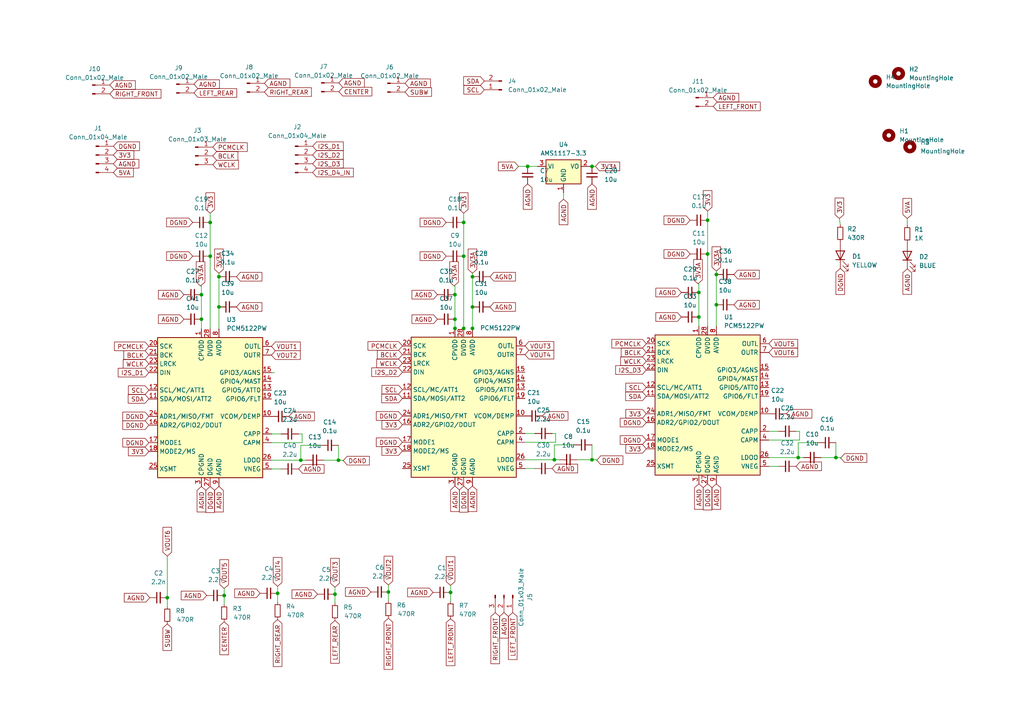
<source format=kicad_sch>
(kicad_sch (version 20230121) (generator eeschema)
  (paper "A4")
  (lib_symbols
    (symbol "Audio:PCM5122PW"
      (property "Reference" "U" (at -13.97 21.59 0))
      (property "Value" "PCM5122PW" (at 10.16 21.59 0))
      (symbol "PCM5122PW_0_1"
        (rectangle (start -15.24 20.32) (end 15.24 -20.32) (stroke (width 0.254)) (fill (type background)))
      )
      (symbol "PCM5122PW_1_1"
        (pin power_in line (at -2.54 22.86 270) (length 2.54) (name "CPVDD") (number "1"))
        (pin bidirectional line (at 17.78 -2.54 180) (length 2.54) (name "VCOM/DEMP") (number "10"))
        (pin bidirectional line (at -17.78 2.54 0) (length 2.54) (name "SDA/MOSI/ATT2") (number "11"))
        (pin input line (at -17.78 5.08 0) (length 2.54) (name "SCL/MC/ATT1") (number "12"))
        (pin bidirectional line (at 17.78 5.08 180) (length 2.54) (name "GPIO5/ATT0") (number "13"))
        (pin bidirectional line (at 17.78 7.62 180) (length 2.54) (name "GPIO4/MAST") (number "14"))
        (pin bidirectional line (at 17.78 10.16 180) (length 2.54) (name "GPIO3/AGNS") (number "15"))
        (pin bidirectional line (at -17.78 -5.08 0) (length 2.54) (name "ADR2/GPIO2/DOUT") (number "16"))
        (pin input line (at -17.78 -10.16 0) (length 2.54) (name "MODE1") (number "17"))
        (pin input line (at -17.78 -12.7 0) (length 2.54) (name "MODE2/MS") (number "18"))
        (pin bidirectional line (at 17.78 2.54 180) (length 2.54) (name "GPIO6/FLT") (number "19"))
        (pin passive line (at 17.78 -7.62 180) (length 2.54) (name "CAPP") (number "2"))
        (pin input line (at -17.78 17.78 0) (length 2.54) (name "SCK") (number "20"))
        (pin bidirectional line (at -17.78 15.24 0) (length 2.54) (name "BCK") (number "21"))
        (pin input line (at -17.78 10.16 0) (length 2.54) (name "DIN") (number "22"))
        (pin bidirectional line (at -17.78 12.7 0) (length 2.54) (name "LRCK") (number "23"))
        (pin bidirectional line (at -17.78 -2.54 0) (length 2.54) (name "ADR1/MISO/FMT") (number "24"))
        (pin input line (at -17.78 -17.78 0) (length 2.54) (name "XSMT") (number "25"))
        (pin passive line (at 17.78 -15.24 180) (length 2.54) (name "LDOO") (number "26"))
        (pin power_in line (at 0 -22.86 90) (length 2.54) (name "DGND") (number "27"))
        (pin power_in line (at 0 22.86 270) (length 2.54) (name "DVDD") (number "28"))
        (pin power_in line (at -2.54 -22.86 90) (length 2.54) (name "CPGND") (number "3"))
        (pin passive line (at 17.78 -10.16 180) (length 2.54) (name "CAPM") (number "4"))
        (pin passive line (at 17.78 -17.78 180) (length 2.54) (name "VNEG") (number "5"))
        (pin output line (at 17.78 17.78 180) (length 2.54) (name "OUTL") (number "6"))
        (pin output line (at 17.78 15.24 180) (length 2.54) (name "OUTR") (number "7"))
        (pin power_in line (at 2.54 22.86 270) (length 2.54) (name "AVDD") (number "8"))
        (pin power_in line (at 2.54 -22.86 90) (length 2.54) (name "AGND") (number "9"))
      )
    )
    (symbol "Connector:Conn_01x02_Male" (pin_names (offset 1.016) hide)
      (property "Reference" "J" (at 0 2.54 0))
      (property "Value" "Conn_01x02_Male" (at 0 -5.08 0))
      (symbol "Conn_01x02_Male_1_1"
        (polyline (pts (xy 1.27 -2.54) (xy 0.8636 -2.54)) (stroke (width 0.1524)))
        (polyline (pts (xy 1.27 0) (xy 0.8636 0)) (stroke (width 0.1524)))
        (rectangle (start 0.8636 -2.413) (end 0 -2.667) (stroke (width 0.1524)) (fill (type outline)))
        (rectangle (start 0.8636 0.127) (end 0 -0.127) (stroke (width 0.1524)) (fill (type outline)))
        (pin passive line (at 5.08 0 180) (length 3.81) (name "Pin_1") (number "1"))
        (pin passive line (at 5.08 -2.54 180) (length 3.81) (name "Pin_2") (number "2"))
      )
    )
    (symbol "Connector:Conn_01x03_Male" (pin_names (offset 1.016) hide)
      (property "Reference" "J" (at 0 5.08 0))
      (property "Value" "Conn_01x03_Male" (at 0 -5.08 0))
      (symbol "Conn_01x03_Male_1_1"
        (polyline (pts (xy 1.27 -2.54) (xy 0.8636 -2.54)) (stroke (width 0.1524)))
        (polyline (pts (xy 1.27 0) (xy 0.8636 0)) (stroke (width 0.1524)))
        (polyline (pts (xy 1.27 2.54) (xy 0.8636 2.54)) (stroke (width 0.1524)))
        (rectangle (start 0.8636 -2.413) (end 0 -2.667) (stroke (width 0.1524)) (fill (type outline)))
        (rectangle (start 0.8636 0.127) (end 0 -0.127) (stroke (width 0.1524)) (fill (type outline)))
        (rectangle (start 0.8636 2.667) (end 0 2.413) (stroke (width 0.1524)) (fill (type outline)))
        (pin passive line (at 5.08 2.54 180) (length 3.81) (name "Pin_1") (number "1"))
        (pin passive line (at 5.08 0 180) (length 3.81) (name "Pin_2") (number "2"))
        (pin passive line (at 5.08 -2.54 180) (length 3.81) (name "Pin_3") (number "3"))
      )
    )
    (symbol "Connector:Conn_01x04_Male" (pin_names (offset 1.016) hide)
      (property "Reference" "J" (at 0 5.08 0))
      (property "Value" "Conn_01x04_Male" (at 0 -7.62 0))
      (symbol "Conn_01x04_Male_1_1"
        (polyline (pts (xy 1.27 -5.08) (xy 0.8636 -5.08)) (stroke (width 0.1524)))
        (polyline (pts (xy 1.27 -2.54) (xy 0.8636 -2.54)) (stroke (width 0.1524)))
        (polyline (pts (xy 1.27 0) (xy 0.8636 0)) (stroke (width 0.1524)))
        (polyline (pts (xy 1.27 2.54) (xy 0.8636 2.54)) (stroke (width 0.1524)))
        (rectangle (start 0.8636 -4.953) (end 0 -5.207) (stroke (width 0.1524)) (fill (type outline)))
        (rectangle (start 0.8636 -2.413) (end 0 -2.667) (stroke (width 0.1524)) (fill (type outline)))
        (rectangle (start 0.8636 0.127) (end 0 -0.127) (stroke (width 0.1524)) (fill (type outline)))
        (rectangle (start 0.8636 2.667) (end 0 2.413) (stroke (width 0.1524)) (fill (type outline)))
        (pin passive line (at 5.08 2.54 180) (length 3.81) (name "Pin_1") (number "1"))
        (pin passive line (at 5.08 0 180) (length 3.81) (name "Pin_2") (number "2"))
        (pin passive line (at 5.08 -2.54 180) (length 3.81) (name "Pin_3") (number "3"))
        (pin passive line (at 5.08 -5.08 180) (length 3.81) (name "Pin_4") (number "4"))
      )
    )
    (symbol "Device:C_Small" (pin_numbers hide) (pin_names (offset 0.254) hide)
      (property "Reference" "C" (at 0.254 1.778 0))
      (property "Value" "C_Small" (at 0.254 -2.032 0))
      (symbol "C_Small_0_1"
        (polyline (pts (xy -1.524 -0.508) (xy 1.524 -0.508)) (stroke (width 0.3302)))
        (polyline (pts (xy -1.524 0.508) (xy 1.524 0.508)) (stroke (width 0.3048)))
      )
      (symbol "C_Small_1_1"
        (pin passive line (at 0 2.54 270) (length 2.032) (name "~") (number "1"))
        (pin passive line (at 0 -2.54 90) (length 2.032) (name "~") (number "2"))
      )
    )
    (symbol "Device:LED" (pin_numbers hide) (pin_names (offset 1.016) hide)
      (property "Reference" "D" (at 0 2.54 0))
      (property "Value" "LED" (at 0 -2.54 0))
      (symbol "LED_0_1"
        (polyline (pts (xy -1.27 -1.27) (xy -1.27 1.27)) (stroke (width 0.254)))
        (polyline (pts (xy -1.27 0) (xy 1.27 0)))
        (polyline (pts (xy 1.27 -1.27) (xy 1.27 1.27) (xy -1.27 0) (xy 1.27 -1.27)) (stroke (width 0.254)))
        (polyline (pts (xy -3.048 -0.762) (xy -4.572 -2.286) (xy -3.81 -2.286) (xy -4.572 -2.286) (xy -4.572 -1.524)))
        (polyline (pts (xy -1.778 -0.762) (xy -3.302 -2.286) (xy -2.54 -2.286) (xy -3.302 -2.286) (xy -3.302 -1.524)))
      )
      (symbol "LED_1_1"
        (pin passive line (at -3.81 0 0) (length 2.54) (name "K") (number "1"))
        (pin passive line (at 3.81 0 180) (length 2.54) (name "A") (number "2"))
      )
    )
    (symbol "Device:R_Small" (pin_numbers hide) (pin_names (offset 0.254) hide)
      (property "Reference" "R" (at 0.762 0.508 0))
      (property "Value" "R_Small" (at 0.762 -1.016 0))
      (symbol "R_Small_0_1"
        (rectangle (start -0.762 1.778) (end 0.762 -1.778) (stroke (width 0.2032)))
      )
      (symbol "R_Small_1_1"
        (pin passive line (at 0 2.54 270) (length 0.762) (name "~") (number "1"))
        (pin passive line (at 0 -2.54 90) (length 0.762) (name "~") (number "2"))
      )
    )
    (symbol "Mechanical:MountingHole" (pin_names (offset 1.016))
      (property "Reference" "H" (at 0 5.08 0))
      (property "Value" "MountingHole" (at 0 3.175 0))
      (symbol "MountingHole_0_1"
        (circle (center 0 0) (radius 1.27) (stroke (width 1.27)))
      )
    )
    (symbol "Regulator_Linear:AMS1117-3.3"
      (property "Reference" "U" (at -3.81 3.175 0))
      (property "Value" "AMS1117-3.3" (at 0 3.175 0))
      (symbol "AMS1117-3.3_0_1"
        (rectangle (start -5.08 -5.08) (end 5.08 1.905) (stroke (width 0.254)) (fill (type background)))
      )
      (symbol "AMS1117-3.3_1_1"
        (pin power_in line (at 0 -7.62 90) (length 2.54) (name "GND") (number "1"))
        (pin power_out line (at 7.62 0 180) (length 2.54) (name "VO") (number "2"))
        (pin power_in line (at -7.62 0 0) (length 2.54) (name "VI") (number "3"))
      )
    )
  )
  (junction (at 137.033 80.264))
  (junction (at 137.033 89.027))
  (junction (at 137.033 95.25))
  (junction (at 131.953 92.583))
  (junction (at 171.704 133.35))
  (junction (at 134.493 95.25))
  (junction (at 131.953 85.471))
  (junction (at 63.5 80.264))
  (junction (at 207.772 88.392))
  (junction (at 58.42 92.583))
  (junction (at 207.772 79.629))
  (junction (at 205.232 63.881))
  (junction (at 112.649 171.704))
  (junction (at 171.704 48.26))
  (junction (at 134.493 64.516))
  (junction (at 65.024 172.72))
  (junction (at 87.249 133.477))
  (junction (at 98.171 133.477))
  (junction (at 80.518 172.085))
  (junction (at 131.953 95.25))
  (junction (at 63.5 89.027))
  (junction (at 60.96 64.516))
  (junction (at 160.782 133.35))
  (junction (at 97.155 172.339))
  (junction (at 153.035 48.26))
  (junction (at 205.232 73.66))
  (junction (at 231.521 132.715))
  (junction (at 58.42 85.471))
  (junction (at 48.514 173.355))
  (junction (at 242.443 132.715))
  (junction (at 202.692 91.948))
  (junction (at 202.692 84.836))
  (junction (at 60.96 74.295))
  (junction (at 134.493 74.295))
  (junction (at 130.683 171.831))
  (wire (pts (xy 80.518 170.053) (xy 80.518 172.085)))
  (wire (pts (xy 130.683 171.831) (xy 130.683 174.371)))
  (wire (pts (xy 60.96 64.516) (xy 60.96 74.295)))
  (wire (pts (xy 81.534 136.017) (xy 78.74 136.017)))
  (wire (pts (xy 231.902 127.635) (xy 223.012 127.635)))
  (wire (pts (xy 172.974 133.477) (xy 172.974 133.35)))
  (wire (pts (xy 97.155 172.339) (xy 97.155 174.879)))
  (wire (pts (xy 131.953 92.583) (xy 131.953 95.25)))
  (wire (pts (xy 231.521 128.397) (xy 231.521 132.715)))
  (wire (pts (xy 58.42 82.931) (xy 58.42 85.471)))
  (wire (pts (xy 58.42 85.471) (xy 58.42 92.583)))
  (wire (pts (xy 87.249 129.159) (xy 87.249 133.477)))
  (wire (pts (xy 171.704 133.35) (xy 167.386 133.35)))
  (wire (pts (xy 225.806 125.095) (xy 223.012 125.095)))
  (wire (pts (xy 243.713 132.842) (xy 243.713 132.715)))
  (wire (pts (xy 48.514 161.29) (xy 48.514 173.355)))
  (wire (pts (xy 48.514 173.355) (xy 48.514 175.895)))
  (wire (pts (xy 112.649 169.672) (xy 112.649 171.704)))
  (wire (pts (xy 137.033 89.027) (xy 137.033 95.25)))
  (wire (pts (xy 81.534 125.857) (xy 78.74 125.857)))
  (wire (pts (xy 65.024 172.72) (xy 65.024 175.26)))
  (wire (pts (xy 171.704 48.26) (xy 171.069 48.26)))
  (wire (pts (xy 58.42 92.583) (xy 58.42 95.377)))
  (wire (pts (xy 231.521 128.397) (xy 237.363 128.397)))
  (wire (pts (xy 153.035 48.26) (xy 155.829 48.26)))
  (wire (pts (xy 172.974 133.35) (xy 171.704 133.35)))
  (wire (pts (xy 155.067 135.89) (xy 152.273 135.89)))
  (wire (pts (xy 131.953 85.471) (xy 131.953 92.583)))
  (wire (pts (xy 160.782 129.032) (xy 160.782 133.35)))
  (wire (pts (xy 225.806 135.255) (xy 223.012 135.255)))
  (wire (pts (xy 99.568 133.604) (xy 99.441 133.604)))
  (wire (pts (xy 173.101 133.477) (xy 172.974 133.477)))
  (wire (pts (xy 233.045 132.715) (xy 231.521 132.715)))
  (wire (pts (xy 137.033 95.25) (xy 137.033 95.377)))
  (wire (pts (xy 86.614 125.857) (xy 87.63 125.857)))
  (wire (pts (xy 205.232 61.214) (xy 205.232 63.881)))
  (wire (pts (xy 243.84 132.842) (xy 243.713 132.842)))
  (wire (pts (xy 160.782 133.35) (xy 152.273 133.35)))
  (wire (pts (xy 202.692 82.296) (xy 202.692 84.836)))
  (wire (pts (xy 131.699 82.931) (xy 131.953 82.931)))
  (wire (pts (xy 98.171 129.159) (xy 98.171 133.477)))
  (wire (pts (xy 131.953 82.931) (xy 131.953 85.471)))
  (wire (pts (xy 134.493 61.849) (xy 134.493 64.516)))
  (wire (pts (xy 60.96 61.849) (xy 60.96 64.516)))
  (wire (pts (xy 134.493 74.295) (xy 134.493 95.25)))
  (wire (pts (xy 161.163 128.27) (xy 152.273 128.27)))
  (wire (pts (xy 231.521 132.715) (xy 223.012 132.715)))
  (wire (pts (xy 160.147 125.73) (xy 161.163 125.73)))
  (wire (pts (xy 137.033 80.264) (xy 137.033 89.027)))
  (wire (pts (xy 163.449 57.785) (xy 163.449 55.88)))
  (wire (pts (xy 63.5 79.248) (xy 63.5 80.264)))
  (wire (pts (xy 243.459 63.373) (xy 243.713 65.151)))
  (wire (pts (xy 202.438 82.296) (xy 202.692 82.296)))
  (wire (pts (xy 150.368 48.26) (xy 153.035 48.26)))
  (wire (pts (xy 87.249 133.477) (xy 78.74 133.477)))
  (wire (pts (xy 97.155 170.307) (xy 97.155 172.339)))
  (wire (pts (xy 207.772 78.613) (xy 207.772 79.629)))
  (wire (pts (xy 207.772 88.392) (xy 207.772 94.615)))
  (wire (pts (xy 87.63 128.397) (xy 78.74 128.397)))
  (wire (pts (xy 162.306 133.35) (xy 160.782 133.35)))
  (wire (pts (xy 112.649 171.704) (xy 112.649 174.244)))
  (wire (pts (xy 58.166 82.931) (xy 58.42 82.931)))
  (wire (pts (xy 171.704 129.032) (xy 171.704 133.35)))
  (wire (pts (xy 131.953 95.25) (xy 131.953 95.377)))
  (wire (pts (xy 207.772 79.629) (xy 207.772 88.392)))
  (wire (pts (xy 87.63 125.857) (xy 87.63 128.397)))
  (wire (pts (xy 134.493 95.25) (xy 134.493 95.377)))
  (wire (pts (xy 202.692 84.836) (xy 202.692 91.948)))
  (wire (pts (xy 231.902 125.095) (xy 231.902 127.635)))
  (wire (pts (xy 63.5 80.264) (xy 63.5 89.027)))
  (wire (pts (xy 155.067 125.73) (xy 152.273 125.73)))
  (wire (pts (xy 65.024 170.688) (xy 65.024 172.72)))
  (wire (pts (xy 99.441 133.477) (xy 98.171 133.477)))
  (wire (pts (xy 88.773 133.477) (xy 87.249 133.477)))
  (wire (pts (xy 242.443 128.397) (xy 242.443 132.715)))
  (wire (pts (xy 172.72 48.26) (xy 171.704 48.26)))
  (wire (pts (xy 161.163 125.73) (xy 161.163 128.27)))
  (wire (pts (xy 205.232 63.881) (xy 205.232 73.66)))
  (wire (pts (xy 160.782 129.032) (xy 166.624 129.032)))
  (wire (pts (xy 63.5 89.027) (xy 63.5 95.377)))
  (wire (pts (xy 134.493 64.516) (xy 134.493 74.295)))
  (wire (pts (xy 98.171 133.477) (xy 93.853 133.477)))
  (wire (pts (xy 99.441 133.604) (xy 99.441 133.477)))
  (wire (pts (xy 202.692 91.948) (xy 202.692 94.615)))
  (wire (pts (xy 137.033 79.248) (xy 137.033 80.264)))
  (wire (pts (xy 242.443 132.715) (xy 238.125 132.715)))
  (wire (pts (xy 79.629 108.077) (xy 78.74 108.077)))
  (wire (pts (xy 263.144 63.373) (xy 263.144 65.278)))
  (wire (pts (xy 80.518 172.085) (xy 80.518 174.625)))
  (wire (pts (xy 230.886 125.095) (xy 231.902 125.095)))
  (wire (pts (xy 60.96 74.295) (xy 60.96 95.377)))
  (wire (pts (xy 205.232 73.66) (xy 205.232 94.615)))
  (wire (pts (xy 243.713 132.715) (xy 242.443 132.715)))
  (wire (pts (xy 130.683 169.799) (xy 130.683 171.831)))
  (wire (pts (xy 87.249 129.159) (xy 93.091 129.159)))
  (global_label "AGND" (shape input) (at 230.886 135.255 0) (property "Intersheetrefs" "${INTERSHEET_REFS}" (effects hide)))
  (global_label "3V3" (shape input) (at 60.96 61.849 90) (property "Intersheetrefs" "${INTERSHEET_REFS}" (effects hide)))
  (global_label "I2S_D2" (shape input) (at 90.678 44.958 0) (property "Intersheetrefs" "${INTERSHEET_REFS}" (effects hide)))
  (global_label "AGND" (shape input) (at 125.603 171.831 180) (property "Intersheetrefs" "${INTERSHEET_REFS}" (effects hide)))
  (global_label "DGND" (shape input) (at 116.713 120.65 180) (property "Intersheetrefs" "${INTERSHEET_REFS}" (effects hide)))
  (global_label "3V3" (shape input) (at 43.18 130.937 180) (property "Intersheetrefs" "${INTERSHEET_REFS}" (effects hide)))
  (global_label "AGND" (shape input) (at 68.58 89.027 0) (property "Intersheetrefs" "${INTERSHEET_REFS}" (effects hide)))
  (global_label "LEFT_REAR" (shape input) (at 56.2528 26.958 0) (property "Intersheetrefs" "${INTERSHEET_REFS}" (effects hide)))
  (global_label "AGND" (shape input) (at 157.353 120.65 0) (property "Intersheetrefs" "${INTERSHEET_REFS}" (effects hide)))
  (global_label "RIGHT_REAR" (shape input) (at 80.518 179.705 270) (property "Intersheetrefs" "${INTERSHEET_REFS}" (effects hide)))
  (global_label "AGND" (shape input) (at 117.4668 24.164 0) (property "Intersheetrefs" "${INTERSHEET_REFS}" (effects hide)))
  (global_label "3V3A" (shape input) (at 202.438 82.296 90) (property "Intersheetrefs" "${INTERSHEET_REFS}" (effects hide)))
  (global_label "3V3" (shape input) (at 116.713 123.19 180) (property "Intersheetrefs" "${INTERSHEET_REFS}" (effects hide)))
  (global_label "3V3" (shape input) (at 116.713 130.81 180) (property "Intersheetrefs" "${INTERSHEET_REFS}" (effects hide)))
  (global_label "LEFT_FRONT" (shape input) (at 148.717 177.673 270) (property "Intersheetrefs" "${INTERSHEET_REFS}" (effects hide)))
  (global_label "SCL" (shape input) (at 116.713 113.03 180) (property "Intersheetrefs" "${INTERSHEET_REFS}" (effects hide)))
  (global_label "RIGHT_FRONT" (shape input) (at 143.637 177.673 270) (property "Intersheetrefs" "${INTERSHEET_REFS}" (effects hide)))
  (global_label "BCLK" (shape input) (at 61.722 45.212 0) (property "Intersheetrefs" "${INTERSHEET_REFS}" (effects hide)))
  (global_label "DGND" (shape input) (at 43.18 128.397 180) (property "Intersheetrefs" "${INTERSHEET_REFS}" (effects hide)))
  (global_label "3V3" (shape input) (at 187.452 130.175 180) (property "Intersheetrefs" "${INTERSHEET_REFS}" (effects hide)))
  (global_label "VOUT1" (shape input) (at 130.683 169.799 90) (property "Intersheetrefs" "${INTERSHEET_REFS}" (effects hide)))
  (global_label "LEFT_REAR" (shape input) (at 97.155 179.959 270) (property "Intersheetrefs" "${INTERSHEET_REFS}" (effects hide)))
  (global_label "AGND" (shape input) (at 137.033 140.97 270) (property "Intersheetrefs" "${INTERSHEET_REFS}" (effects hide)))
  (global_label "CENTER" (shape input) (at 98.2898 26.577 0) (property "Intersheetrefs" "${INTERSHEET_REFS}" (effects hide)))
  (global_label "3V3A" (shape input) (at 172.72 48.26 0) (property "Intersheetrefs" "${INTERSHEET_REFS}" (effects hide)))
  (global_label "DGND" (shape input) (at 55.88 64.516 180) (property "Intersheetrefs" "${INTERSHEET_REFS}" (effects hide)))
  (global_label "VOUT2" (shape input) (at 78.74 102.997 0) (property "Intersheetrefs" "${INTERSHEET_REFS}" (effects hide)))
  (global_label "VOUT2" (shape input) (at 112.649 169.672 90) (property "Intersheetrefs" "${INTERSHEET_REFS}" (effects hide)))
  (global_label "SDA" (shape input) (at 140.462 23.495 180) (property "Intersheetrefs" "${INTERSHEET_REFS}" (effects hide)))
  (global_label "5VA" (shape input) (at 150.368 48.26 180) (property "Intersheetrefs" "${INTERSHEET_REFS}" (effects hide)))
  (global_label "DGND" (shape input) (at 60.96 141.097 270) (property "Intersheetrefs" "${INTERSHEET_REFS}" (effects hide)))
  (global_label "AGND" (shape input) (at 98.2898 24.037 0) (property "Intersheetrefs" "${INTERSHEET_REFS}" (effects hide)))
  (global_label "WCLK" (shape input) (at 61.722 47.752 0) (property "Intersheetrefs" "${INTERSHEET_REFS}" (effects hide)))
  (global_label "PCMCLK" (shape input) (at 61.722 42.672 0) (property "Intersheetrefs" "${INTERSHEET_REFS}" (effects hide)))
  (global_label "I2S_D3" (shape input) (at 187.452 107.315 180) (property "Intersheetrefs" "${INTERSHEET_REFS}" (effects hide)))
  (global_label "3V3" (shape input) (at 187.452 120.015 180) (property "Intersheetrefs" "${INTERSHEET_REFS}" (effects hide)))
  (global_label "AGND" (shape input) (at 43.434 173.355 180) (property "Intersheetrefs" "${INTERSHEET_REFS}" (effects hide)))
  (global_label "DGND" (shape input) (at 173.101 133.477 0) (property "Intersheetrefs" "${INTERSHEET_REFS}" (effects hide)))
  (global_label "AGND" (shape input) (at 53.34 92.583 180) (property "Intersheetrefs" "${INTERSHEET_REFS}" (effects hide)))
  (global_label "AGND" (shape input) (at 171.704 53.34 270) (property "Intersheetrefs" "${INTERSHEET_REFS}" (effects hide)))
  (global_label "AGND" (shape input) (at 197.612 84.836 180) (property "Intersheetrefs" "${INTERSHEET_REFS}" (effects hide)))
  (global_label "VOUT4" (shape input) (at 80.518 170.053 90) (property "Intersheetrefs" "${INTERSHEET_REFS}" (effects hide)))
  (global_label "AGND" (shape input) (at 202.692 140.335 270) (property "Intersheetrefs" "${INTERSHEET_REFS}" (effects hide)))
  (global_label "DGND" (shape input) (at 243.84 132.842 0) (property "Intersheetrefs" "${INTERSHEET_REFS}" (effects hide)))
  (global_label "AGND" (shape input) (at 163.449 57.785 270) (property "Intersheetrefs" "${INTERSHEET_REFS}" (effects hide)))
  (global_label "DGND" (shape input) (at 129.413 64.516 180) (property "Intersheetrefs" "${INTERSHEET_REFS}" (effects hide)))
  (global_label "AGND" (shape input) (at 207.772 140.335 270) (property "Intersheetrefs" "${INTERSHEET_REFS}" (effects hide)))
  (global_label "3V3A" (shape input) (at 58.166 82.931 90) (property "Intersheetrefs" "${INTERSHEET_REFS}" (effects hide)))
  (global_label "5VA" (shape input) (at 32.893 50.038 0) (property "Intersheetrefs" "${INTERSHEET_REFS}" (effects hide)))
  (global_label "AGND" (shape input) (at 131.953 140.97 270) (property "Intersheetrefs" "${INTERSHEET_REFS}" (effects hide)))
  (global_label "AGND" (shape input) (at 31.8688 24.672 0) (property "Intersheetrefs" "${INTERSHEET_REFS}" (effects hide)))
  (global_label "VOUT5" (shape input) (at 223.012 99.695 0) (property "Intersheetrefs" "${INTERSHEET_REFS}" (effects hide)))
  (global_label "3V3A" (shape input) (at 207.772 78.613 90) (property "Intersheetrefs" "${INTERSHEET_REFS}" (effects hide)))
  (global_label "BCLK" (shape input) (at 187.452 102.235 180) (property "Intersheetrefs" "${INTERSHEET_REFS}" (effects hide)))
  (global_label "3V3A" (shape input) (at 137.033 79.248 90) (property "Intersheetrefs" "${INTERSHEET_REFS}" (effects hide)))
  (global_label "LEFT_FRONT" (shape input) (at 206.883 30.861 0) (property "Intersheetrefs" "${INTERSHEET_REFS}" (effects hide)))
  (global_label "SUBW" (shape input) (at 117.4668 26.704 0) (property "Intersheetrefs" "${INTERSHEET_REFS}" (effects hide)))
  (global_label "AGND" (shape input) (at 206.883 28.321 0) (property "Intersheetrefs" "${INTERSHEET_REFS}" (effects hide)))
  (global_label "AGND" (shape input) (at 56.2528 24.418 0) (property "Intersheetrefs" "${INTERSHEET_REFS}" (effects hide)))
  (global_label "LEFT_FRONT" (shape input) (at 130.683 179.451 270) (property "Intersheetrefs" "${INTERSHEET_REFS}" (effects hide)))
  (global_label "WCLK" (shape input) (at 187.452 104.775 180) (property "Intersheetrefs" "${INTERSHEET_REFS}" (effects hide)))
  (global_label "AGND" (shape input) (at 68.58 80.264 0) (property "Intersheetrefs" "${INTERSHEET_REFS}" (effects hide)))
  (global_label "3V3" (shape input) (at 32.893 44.958 0) (property "Intersheetrefs" "${INTERSHEET_REFS}" (effects hide)))
  (global_label "AGND" (shape input) (at 228.092 120.015 0) (property "Intersheetrefs" "${INTERSHEET_REFS}" (effects hide)))
  (global_label "AGND" (shape input) (at 76.6998 24.164 0) (property "Intersheetrefs" "${INTERSHEET_REFS}" (effects hide)))
  (global_label "VOUT3" (shape input) (at 97.155 170.307 90) (property "Intersheetrefs" "${INTERSHEET_REFS}" (effects hide)))
  (global_label "DGND" (shape input) (at 55.88 74.295 180) (property "Intersheetrefs" "${INTERSHEET_REFS}" (effects hide)))
  (global_label "3V3A" (shape input) (at 63.5 79.248 90) (property "Intersheetrefs" "${INTERSHEET_REFS}" (effects hide)))
  (global_label "DGND" (shape input) (at 200.152 73.66 180) (property "Intersheetrefs" "${INTERSHEET_REFS}" (effects hide)))
  (global_label "3V3" (shape input) (at 205.232 61.214 90) (property "Intersheetrefs" "${INTERSHEET_REFS}" (effects hide)))
  (global_label "RIGHT_FRONT" (shape input) (at 112.649 179.324 270) (property "Intersheetrefs" "${INTERSHEET_REFS}" (effects hide)))
  (global_label "DGND" (shape input) (at 129.413 74.295 180) (property "Intersheetrefs" "${INTERSHEET_REFS}" (effects hide)))
  (global_label "DGND" (shape input) (at 134.493 140.97 270) (property "Intersheetrefs" "${INTERSHEET_REFS}" (effects hide)))
  (global_label "I2S_D1" (shape input) (at 43.18 108.077 180) (property "Intersheetrefs" "${INTERSHEET_REFS}" (effects hide)))
  (global_label "DGND" (shape input) (at 99.568 133.604 0) (property "Intersheetrefs" "${INTERSHEET_REFS}" (effects hide)))
  (global_label "VOUT4" (shape input) (at 152.273 102.87 0) (property "Intersheetrefs" "${INTERSHEET_REFS}" (effects hide)))
  (global_label "DGND" (shape input) (at 43.18 120.777 180) (property "Intersheetrefs" "${INTERSHEET_REFS}" (effects hide)))
  (global_label "I2S_D1" (shape input) (at 90.678 42.418 0) (property "Intersheetrefs" "${INTERSHEET_REFS}" (effects hide)))
  (global_label "AGND" (shape input) (at 59.944 172.72 180) (property "Intersheetrefs" "${INTERSHEET_REFS}" (effects hide)))
  (global_label "AGND" (shape input) (at 92.075 172.339 180) (property "Intersheetrefs" "${INTERSHEET_REFS}" (effects hide)))
  (global_label "SCL" (shape input) (at 140.462 26.035 180) (property "Intersheetrefs" "${INTERSHEET_REFS}" (effects hide)))
  (global_label "DGND" (shape input) (at 116.713 128.27 180) (property "Intersheetrefs" "${INTERSHEET_REFS}" (effects hide)))
  (global_label "AGND" (shape input) (at 126.873 92.583 180) (property "Intersheetrefs" "${INTERSHEET_REFS}" (effects hide)))
  (global_label "AGND" (shape input) (at 197.612 91.948 180) (property "Intersheetrefs" "${INTERSHEET_REFS}" (effects hide)))
  (global_label "AGND" (shape input) (at 63.5 141.097 270) (property "Intersheetrefs" "${INTERSHEET_REFS}" (effects hide)))
  (global_label "AGND" (shape input) (at 86.614 136.017 0) (property "Intersheetrefs" "${INTERSHEET_REFS}" (effects hide)))
  (global_label "BCLK" (shape input) (at 116.713 102.87 180) (property "Intersheetrefs" "${INTERSHEET_REFS}" (effects hide)))
  (global_label "AGND" (shape input) (at 142.113 89.027 0) (property "Intersheetrefs" "${INTERSHEET_REFS}" (effects hide)))
  (global_label "SCL" (shape input) (at 43.18 113.157 180) (property "Intersheetrefs" "${INTERSHEET_REFS}" (effects hide)))
  (global_label "SDA" (shape input) (at 187.452 114.935 180) (property "Intersheetrefs" "${INTERSHEET_REFS}" (effects hide)))
  (global_label "AGND" (shape input) (at 263.144 77.978 270) (property "Intersheetrefs" "${INTERSHEET_REFS}" (effects hide)))
  (global_label "5VA" (shape input) (at 263.144 63.373 90) (property "Intersheetrefs" "${INTERSHEET_REFS}" (effects hide)))
  (global_label "CENTER" (shape input) (at 65.024 180.34 270) (property "Intersheetrefs" "${INTERSHEET_REFS}" (effects hide)))
  (global_label "AGND" (shape input) (at 107.569 171.704 180) (property "Intersheetrefs" "${INTERSHEET_REFS}" (effects hide)))
  (global_label "I2S_D4_IN" (shape input) (at 90.678 50.038 0) (property "Intersheetrefs" "${INTERSHEET_REFS}" (effects hide)))
  (global_label "DGND" (shape input) (at 205.232 140.335 270) (property "Intersheetrefs" "${INTERSHEET_REFS}" (effects hide)))
  (global_label "DGND" (shape input) (at 200.152 63.881 180) (property "Intersheetrefs" "${INTERSHEET_REFS}" (effects hide)))
  (global_label "3V3" (shape input) (at 134.493 61.849 90) (property "Intersheetrefs" "${INTERSHEET_REFS}" (effects hide)))
  (global_label "SDA" (shape input) (at 43.18 115.697 180) (property "Intersheetrefs" "${INTERSHEET_REFS}" (effects hide)))
  (global_label "AGND" (shape input) (at 75.438 172.085 180) (property "Intersheetrefs" "${INTERSHEET_REFS}" (effects hide)))
  (global_label "I2S_D3" (shape input) (at 90.678 47.498 0) (property "Intersheetrefs" "${INTERSHEET_REFS}" (effects hide)))
  (global_label "DGND" (shape input) (at 32.893 42.418 0) (property "Intersheetrefs" "${INTERSHEET_REFS}" (effects hide)))
  (global_label "RIGHT_FRONT" (shape input) (at 31.8688 27.212 0) (property "Intersheetrefs" "${INTERSHEET_REFS}" (effects hide)))
  (global_label "VOUT3" (shape input) (at 152.273 100.33 0) (property "Intersheetrefs" "${INTERSHEET_REFS}" (effects hide)))
  (global_label "AGND" (shape input) (at 212.852 88.392 0) (property "Intersheetrefs" "${INTERSHEET_REFS}" (effects hide)))
  (global_label "DGND" (shape input) (at 187.452 122.555 180) (property "Intersheetrefs" "${INTERSHEET_REFS}" (effects hide)))
  (global_label "VOUT6" (shape input) (at 48.514 161.29 90) (property "Intersheetrefs" "${INTERSHEET_REFS}" (effects hide)))
  (global_label "AGND" (shape input) (at 142.113 80.264 0) (property "Intersheetrefs" "${INTERSHEET_REFS}" (effects hide)))
  (global_label "VOUT6" (shape input) (at 223.012 102.235 0) (property "Intersheetrefs" "${INTERSHEET_REFS}" (effects hide)))
  (global_label "AGND" (shape input) (at 32.893 47.498 0) (property "Intersheetrefs" "${INTERSHEET_REFS}" (effects hide)))
  (global_label "SCL" (shape input) (at 187.452 112.395 180) (property "Intersheetrefs" "${INTERSHEET_REFS}" (effects hide)))
  (global_label "WCLK" (shape input) (at 43.18 105.537 180) (property "Intersheetrefs" "${INTERSHEET_REFS}" (effects hide)))
  (global_label "AGND" (shape input) (at 58.42 141.097 270) (property "Intersheetrefs" "${INTERSHEET_REFS}" (effects hide)))
  (global_label "3V3" (shape input) (at 243.459 63.373 90) (property "Intersheetrefs" "${INTERSHEET_REFS}" (effects hide)))
  (global_label "WCLK" (shape input) (at 116.713 105.41 180) (property "Intersheetrefs" "${INTERSHEET_REFS}" (effects hide)))
  (global_label "RIGHT_REAR" (shape input) (at 76.6998 26.704 0) (property "Intersheetrefs" "${INTERSHEET_REFS}" (effects hide)))
  (global_label "3V3A" (shape input) (at 131.699 82.931 90) (property "Intersheetrefs" "${INTERSHEET_REFS}" (effects hide)))
  (global_label "DGND" (shape input) (at 43.18 123.317 180) (property "Intersheetrefs" "${INTERSHEET_REFS}" (effects hide)))
  (global_label "AGND" (shape input) (at 153.035 53.34 270) (property "Intersheetrefs" "${INTERSHEET_REFS}" (effects hide)))
  (global_label "AGND" (shape input) (at 53.34 85.471 180) (property "Intersheetrefs" "${INTERSHEET_REFS}" (effects hide)))
  (global_label "VOUT1" (shape input) (at 78.74 100.457 0) (property "Intersheetrefs" "${INTERSHEET_REFS}" (effects hide)))
  (global_label "BCLK" (shape input) (at 43.18 102.997 180) (property "Intersheetrefs" "${INTERSHEET_REFS}" (effects hide)))
  (global_label "SDA" (shape input) (at 116.713 115.57 180) (property "Intersheetrefs" "${INTERSHEET_REFS}" (effects hide)))
  (global_label "DGND" (shape input) (at 187.452 127.635 180) (property "Intersheetrefs" "${INTERSHEET_REFS}" (effects hide)))
  (global_label "AGND" (shape input) (at 160.147 135.89 0) (property "Intersheetrefs" "${INTERSHEET_REFS}" (effects hide)))
  (global_label "DGND" (shape input) (at 243.713 77.851 270) (property "Intersheetrefs" "${INTERSHEET_REFS}" (effects hide)))
  (global_label "AGND" (shape input) (at 212.852 79.629 0) (property "Intersheetrefs" "${INTERSHEET_REFS}" (effects hide)))
  (global_label "I2S_D2" (shape input) (at 116.713 107.95 180) (property "Intersheetrefs" "${INTERSHEET_REFS}" (effects hide)))
  (global_label "SUBW" (shape input) (at 48.514 180.975 270) (property "Intersheetrefs" "${INTERSHEET_REFS}" (effects hide)))
  (global_label "PCMCLK" (shape input) (at 116.713 100.33 180) (property "Intersheetrefs" "${INTERSHEET_REFS}" (effects hide)))
  (global_label "PCMCLK" (shape input) (at 43.18 100.457 180) (property "Intersheetrefs" "${INTERSHEET_REFS}" (effects hide)))
  (global_label "AGND" (shape input) (at 146.177 177.673 270) (property "Intersheetrefs" "${INTERSHEET_REFS}" (effects hide)))
  (global_label "VOUT5" (shape input) (at 65.024 170.688 90) (property "Intersheetrefs" "${INTERSHEET_REFS}" (effects hide)))
  (global_label "AGND" (shape input) (at 83.82 120.777 0) (property "Intersheetrefs" "${INTERSHEET_REFS}" (effects hide)))
  (global_label "AGND" (shape input) (at 126.873 85.471 180) (property "Intersheetrefs" "${INTERSHEET_REFS}" (effects hide)))
  (global_label "PCMCLK" (shape input) (at 187.452 99.695 180) (property "Intersheetrefs" "${INTERSHEET_REFS}" (effects hide)))
  (symbol (lib_id "Device:C_Small") (at 164.846 133.35 270) (unit 1)
    (property "Reference" "C8" (at 164.8396 126.619 90))
    (property "Value" "10u" (at 164.8396 129.159 90))
    (property "Footprint" "Capacitor_SMD:C_1206_3216Metric_Pad1.33x1.80mm_HandSolder" (effects hide))
  )
  (symbol (lib_id "Connector:Conn_01x02_Male") (at 145.542 26.035 180) (unit 1)
    (property "Reference" "J4" (at 147.32 23.4949 0) (effects (justify right)))
    (property "Value" "Conn_01x02_Male" (at 147.32 26.0349 0) (effects (justify right)))
    (property "Footprint" "Connector_JST:JST_PH_B2B-PH-K_1x02_P2.00mm_Vertical" (effects hide))
  )
  (symbol (lib_id "Connector:Conn_01x02_Male") (at 71.6198 24.164 0) (unit 1)
    (property "Reference" "J8" (at 72.2548 19.465 0))
    (property "Value" "Conn_01x02_Male" (at 72.2548 22.005 0))
    (property "Footprint" "Connector_JST:JST_PH_B2B-PH-K_1x02_P2.00mm_Vertical" (effects hide))
  )
  (symbol (lib_id "Device:C_Small") (at 239.903 128.397 90) (unit 1)
    (property "Reference" "C16" (at 239.9093 121.666 90))
    (property "Value" "0.1u" (at 239.9093 124.206 90))
    (property "Footprint" "Capacitor_SMD:C_0805_2012Metric_Pad1.18x1.45mm_HandSolder" (effects hide))
  )
  (symbol (lib_id "Connector:Conn_01x02_Male") (at 112.3868 24.164 0) (unit 1)
    (property "Reference" "J6" (at 113.0218 19.465 0))
    (property "Value" "Conn_01x02_Male" (at 113.0218 22.005 0))
    (property "Footprint" "Connector_JST:JST_PH_B2B-PH-K_1x02_P2.00mm_Vertical" (effects hide))
  )
  (symbol (lib_id "Connector:Conn_01x02_Male") (at 201.803 28.321 0) (unit 1)
    (property "Reference" "J11" (at 202.438 23.622 0))
    (property "Value" "Conn_01x02_Male" (at 202.438 26.162 0))
    (property "Footprint" "Connector_JST:JST_PH_B2B-PH-K_1x02_P2.00mm_Vertical" (effects hide))
  )
  (symbol (lib_id "Device:C_Small") (at 77.978 172.085 90) (unit 1)
    (property "Reference" "C4" (at 77.9843 164.973 90))
    (property "Value" "2.2n" (at 77.9843 167.513 90))
    (property "Footprint" "Capacitor_SMD:C_1206_3216Metric_Pad1.33x1.80mm_HandSolder" (effects hide))
  )
  (symbol (lib_id "Connector:Conn_01x03_Male") (at 56.642 45.212 0) (unit 1)
    (property "Reference" "J3" (at 57.277 37.846 0))
    (property "Value" "Conn_01x03_Male" (at 57.277 40.386 0))
    (property "Footprint" "Connector_JST:JST_PH_B3B-PH-K_1x03_P2.00mm_Vertical" (effects hide))
  )
  (symbol (lib_id "Device:C_Small") (at 154.813 120.65 270) (unit 1)
    (property "Reference" "C21" (at 154.8066 113.919 90))
    (property "Value" "10u" (at 154.8066 116.459 90))
    (property "Footprint" "Capacitor_SMD:C_1206_3216Metric_Pad1.33x1.80mm_HandSolder" (effects hide))
  )
  (symbol (lib_id "Device:C_Small") (at 169.164 129.032 90) (unit 1)
    (property "Reference" "C15" (at 169.1703 122.301 90))
    (property "Value" "0.1u" (at 169.1703 124.841 90))
    (property "Footprint" "Capacitor_SMD:C_0805_2012Metric_Pad1.18x1.45mm_HandSolder" (effects hide))
  )
  (symbol (lib_id "Device:C_Small") (at 66.04 89.027 90) (unit 1)
    (property "Reference" "C39" (at 66.0463 82.296 90))
    (property "Value" "10u" (at 66.0463 84.836 90))
    (property "Footprint" "Capacitor_SMD:C_1206_3216Metric_Pad1.33x1.80mm_HandSolder" (effects hide))
  )
  (symbol (lib_id "Device:R_Small") (at 243.713 67.691 0) (unit 1)
    (property "Reference" "R2" (at 245.745 66.4209 0) (effects (justify left)))
    (property "Value" "430R" (at 245.745 68.9609 0) (effects (justify left)))
    (property "Footprint" "Resistor_SMD:R_0603_1608Metric_Pad0.98x0.95mm_HandSolder" (effects hide))
  )
  (symbol (lib_id "Mechanical:MountingHole") (at 260.604 21.336 0) (unit 1)
    (property "Reference" "H2" (at 263.652 20.0659 0) (effects (justify left)))
    (property "Value" "MountingHole" (at 263.652 22.6059 0) (effects (justify left)))
    (property "Footprint" "MountingHole:MountingHole_3.2mm_M3" (effects hide))
  )
  (symbol (lib_id "Device:C_Small") (at 81.28 120.777 270) (unit 1)
    (property "Reference" "C23" (at 81.2736 114.046 90))
    (property "Value" "10u" (at 81.2736 116.586 90))
    (property "Footprint" "Capacitor_SMD:C_1206_3216Metric_Pad1.33x1.80mm_HandSolder" (effects hide))
  )
  (symbol (lib_id "Connector:Conn_01x02_Male") (at 93.2098 24.037 0) (unit 1)
    (property "Reference" "J7" (at 93.8448 19.338 0))
    (property "Value" "Conn_01x02_Male" (at 93.8448 21.878 0))
    (property "Footprint" "Connector_JST:JST_PH_B2B-PH-K_1x02_P2.00mm_Vertical" (effects hide))
  )
  (symbol (lib_id "Device:C_Small") (at 153.035 50.8 0) (unit 1)
    (property "Reference" "C7" (at 156.591 49.5363 0) (effects (justify left)))
    (property "Value" "10u" (at 156.591 52.0763 0) (effects (justify left)))
    (property "Footprint" "Capacitor_SMD:C_1206_3216Metric_Pad1.33x1.80mm_HandSolder" (effects hide))
  )
  (symbol (lib_id "Device:C_Small") (at 131.953 64.516 90) (unit 1)
    (property "Reference" "C18" (at 131.9593 57.785 90))
    (property "Value" "0.1u" (at 131.9593 60.325 90))
    (property "Footprint" "Capacitor_SMD:C_0805_2012Metric_Pad1.18x1.45mm_HandSolder" (effects hide))
  )
  (symbol (lib_id "Device:R_Small") (at 263.144 67.818 0) (unit 1)
    (property "Reference" "R1" (at 265.176 66.5479 0) (effects (justify left)))
    (property "Value" "1K" (at 265.176 69.0879 0) (effects (justify left)))
    (property "Footprint" "Resistor_SMD:R_0603_1608Metric_Pad0.98x0.95mm_HandSolder" (effects hide))
  )
  (symbol (lib_id "Device:C_Small") (at 84.074 136.017 270) (unit 1)
    (property "Reference" "C40" (at 84.0676 129.286 90))
    (property "Value" "2.2u" (at 84.0676 131.826 90))
    (property "Footprint" "Capacitor_SMD:C_1206_3216Metric_Pad1.33x1.80mm_HandSolder" (effects hide))
  )
  (symbol (lib_id "Device:C_Small") (at 45.974 173.355 90) (unit 1)
    (property "Reference" "C2" (at 45.9803 166.243 90))
    (property "Value" "2.2n" (at 45.9803 168.783 90))
    (property "Footprint" "Capacitor_SMD:C_1206_3216Metric_Pad1.33x1.80mm_HandSolder" (effects hide))
  )
  (symbol (lib_id "Device:R_Small") (at 48.514 178.435 180) (unit 1)
    (property "Reference" "R8" (at 50.927 177.165 0) (effects (justify right)))
    (property "Value" "470R" (at 51.181 179.705 0) (effects (justify right)))
    (property "Footprint" "Resistor_SMD:R_1206_3216Metric_Pad1.30x1.75mm_HandSolder" (effects hide))
  )
  (symbol (lib_id "Device:LED") (at 263.144 74.168 90) (unit 1)
    (property "Reference" "D2" (at 266.573 74.4854 90) (effects (justify right)))
    (property "Value" "BLUE" (at 266.573 77.0254 90) (effects (justify right)))
    (property "Footprint" "LED_SMD:LED_0805_2012Metric_Pad1.15x1.40mm_HandSolder" (effects hide))
  )
  (symbol (lib_id "Device:C_Small") (at 228.346 135.255 270) (unit 1)
    (property "Reference" "C32" (at 228.3396 128.524 90))
    (property "Value" "2.2u" (at 228.3396 131.064 90))
    (property "Footprint" "Capacitor_SMD:C_1206_3216Metric_Pad1.33x1.80mm_HandSolder" (effects hide))
  )
  (symbol (lib_id "Connector:Conn_01x02_Male") (at 26.7888 24.672 0) (unit 1)
    (property "Reference" "J10" (at 27.4238 19.973 0))
    (property "Value" "Conn_01x02_Male" (at 27.4238 22.513 0))
    (property "Footprint" "Connector_JST:JST_PH_B2B-PH-K_1x02_P2.00mm_Vertical" (effects hide))
  )
  (symbol (lib_id "Device:C_Small") (at 210.312 79.629 90) (unit 1)
    (property "Reference" "C36" (at 210.3183 72.898 90))
    (property "Value" "0.1u" (at 210.3183 75.438 90))
    (property "Footprint" "Capacitor_SMD:C_0805_2012Metric_Pad1.18x1.45mm_HandSolder" (effects hide))
  )
  (symbol (lib_id "Device:C_Small") (at 58.42 74.295 270) (unit 1)
    (property "Reference" "C12" (at 58.4136 68.326 90))
    (property "Value" "10u" (at 58.4136 70.866 90))
    (property "Footprint" "Capacitor_SMD:C_1206_3216Metric_Pad1.33x1.80mm_HandSolder" (effects hide))
  )
  (symbol (lib_id "Device:C_Small") (at 200.152 84.836 90) (unit 1)
    (property "Reference" "C29" (at 200.1583 78.105 90))
    (property "Value" "0.1u" (at 200.1583 80.645 90))
    (property "Footprint" "Capacitor_SMD:C_0805_2012Metric_Pad1.18x1.45mm_HandSolder" (effects hide))
  )
  (symbol (lib_id "Connector:Conn_01x03_Male") (at 146.177 172.593 270) (unit 1)
    (property "Reference" "J5" (at 153.67 173.228 0))
    (property "Value" "Conn_01x03_Male" (at 151.13 173.228 0))
    (property "Footprint" "Connector_PinHeader_2.54mm:PinHeader_1x03_P2.54mm_Vertical" (effects hide))
  )
  (symbol (lib_id "Connector:Conn_01x04_Male") (at 85.598 44.958 0) (unit 1)
    (property "Reference" "J2" (at 86.233 36.83 0))
    (property "Value" "Conn_01x04_Male" (at 86.233 39.37 0))
    (property "Footprint" "Connector_JST:JST_PH_B4B-PH-K_1x04_P2.00mm_Vertical" (effects hide))
  )
  (symbol (lib_id "Device:C_Small") (at 228.346 125.095 270) (unit 1)
    (property "Reference" "C26" (at 228.3396 118.364 90))
    (property "Value" "2.2u" (at 228.3396 120.904 90))
    (property "Footprint" "Capacitor_SMD:C_1206_3216Metric_Pad1.33x1.80mm_HandSolder" (effects hide))
  )
  (symbol (lib_id "Device:R_Small") (at 130.683 176.911 180) (unit 1)
    (property "Reference" "R7" (at 133.096 175.641 0) (effects (justify right)))
    (property "Value" "470R" (at 133.096 178.181 0) (effects (justify right)))
    (property "Footprint" "Resistor_SMD:R_1206_3216Metric_Pad1.30x1.75mm_HandSolder" (effects hide))
  )
  (symbol (lib_id "Device:C_Small") (at 110.109 171.704 90) (unit 1)
    (property "Reference" "C6" (at 110.1153 164.592 90))
    (property "Value" "2.2n" (at 110.1153 167.132 90))
    (property "Footprint" "Capacitor_SMD:C_1206_3216Metric_Pad1.33x1.80mm_HandSolder" (effects hide))
  )
  (symbol (lib_id "Device:LED") (at 243.713 74.041 90) (unit 1)
    (property "Reference" "D1" (at 247.142 74.3584 90) (effects (justify right)))
    (property "Value" "YELLOW" (at 247.142 76.8984 90) (effects (justify right)))
    (property "Footprint" "LED_SMD:LED_0805_2012Metric_Pad1.15x1.40mm_HandSolder" (effects hide))
  )
  (symbol (lib_id "Device:R_Small") (at 80.518 177.165 180) (unit 1)
    (property "Reference" "R4" (at 82.931 175.895 0) (effects (justify right)))
    (property "Value" "470R" (at 83.185 178.435 0) (effects (justify right)))
    (property "Footprint" "Resistor_SMD:R_1206_3216Metric_Pad1.30x1.75mm_HandSolder" (effects hide))
  )
  (symbol (lib_id "Device:C_Small") (at 129.413 92.583 270) (unit 1)
    (property "Reference" "C37" (at 129.4066 86.614 90))
    (property "Value" "10u" (at 129.4066 89.154 90))
    (property "Footprint" "Capacitor_SMD:C_1206_3216Metric_Pad1.33x1.80mm_HandSolder" (effects hide))
  )
  (symbol (lib_id "Device:C_Small") (at 55.88 92.583 270) (unit 1)
    (property "Reference" "C41" (at 55.8736 86.614 90))
    (property "Value" "10u" (at 55.8736 89.154 90))
    (property "Footprint" "Capacitor_SMD:C_1206_3216Metric_Pad1.33x1.80mm_HandSolder" (effects hide))
  )
  (symbol (lib_id "Device:C_Small") (at 235.585 132.715 270) (unit 1)
    (property "Reference" "C10" (at 235.5786 125.984 90))
    (property "Value" "10u" (at 235.5786 128.524 90))
    (property "Footprint" "Capacitor_SMD:C_1206_3216Metric_Pad1.33x1.80mm_HandSolder" (effects hide))
  )
  (symbol (lib_id "Device:C_Small") (at 131.953 74.295 270) (unit 1)
    (property "Reference" "C9" (at 131.9466 68.326 90))
    (property "Value" "10u" (at 131.9466 70.866 90))
    (property "Footprint" "Capacitor_SMD:C_1206_3216Metric_Pad1.33x1.80mm_HandSolder" (effects hide))
  )
  (symbol (lib_id "Device:C_Small") (at 210.312 88.392 90) (unit 1)
    (property "Reference" "C38" (at 210.3183 81.661 90))
    (property "Value" "10u" (at 210.3183 84.201 90))
    (property "Footprint" "Capacitor_SMD:C_1206_3216Metric_Pad1.33x1.80mm_HandSolder" (effects hide))
  )
  (symbol (lib_id "Audio:PCM5122PW") (at 134.493 118.11 0) (unit 1)
    (property "Reference" "U2" (effects hide))
    (property "Value" "PCM5122PW" (at 139.2271 95.123 0) (effects (justify left)))
    (property "Footprint" "Package_SO:TSSOP-28_4.4x9.7mm_P0.65mm" (effects hide))
    (property "Datasheet" "http://www.ti.com/lit/ds/symlink/pcm5122.pdf" (effects hide))
  )
  (symbol (lib_id "Device:R_Small") (at 112.649 176.784 180) (unit 1)
    (property "Reference" "R6" (at 115.062 175.514 0) (effects (justify right)))
    (property "Value" "470R" (at 115.316 178.054 0) (effects (justify right)))
    (property "Footprint" "Resistor_SMD:R_1206_3216Metric_Pad1.30x1.75mm_HandSolder" (effects hide))
  )
  (symbol (lib_id "Device:C_Small") (at 200.152 91.948 270) (unit 1)
    (property "Reference" "C33" (at 200.1456 85.979 90))
    (property "Value" "10u" (at 200.1456 88.519 90))
    (property "Footprint" "Capacitor_SMD:C_1206_3216Metric_Pad1.33x1.80mm_HandSolder" (effects hide))
  )
  (symbol (lib_id "Audio:PCM5122PW") (at 205.232 117.475 0) (unit 1)
    (property "Reference" "U1" (at 209.9661 91.948 0) (effects (justify left)))
    (property "Value" "PCM5122PW" (at 209.9661 94.488 0) (effects (justify left)))
    (property "Footprint" "Package_SO:TSSOP-28_4.4x9.7mm_P0.65mm" (effects hide))
    (property "Datasheet" "http://www.ti.com/lit/ds/symlink/pcm5122.pdf" (effects hide))
  )
  (symbol (lib_id "Device:C_Small") (at 157.607 135.89 270) (unit 1)
    (property "Reference" "C30" (at 157.6006 129.159 90))
    (property "Value" "2.2u" (at 157.6006 131.699 90))
    (property "Footprint" "Capacitor_SMD:C_1206_3216Metric_Pad1.33x1.80mm_HandSolder" (effects hide))
  )
  (symbol (lib_id "Regulator_Linear:AMS1117-3.3") (at 163.449 48.26 0) (unit 1)
    (property "Reference" "U4" (at 163.449 41.91 0))
    (property "Value" "AMS1117-3.3" (at 163.449 44.45 0))
    (property "Footprint" "Package_TO_SOT_SMD:SOT-223-3_TabPin2" (effects hide))
    (property "Datasheet" "http://www.advanced-monolithic.com/pdf/ds1117.pdf" (effects hide))
  )
  (symbol (lib_id "Device:C_Small") (at 95.631 129.159 90) (unit 1)
    (property "Reference" "C14" (at 95.6373 122.428 90))
    (property "Value" "0.1u" (at 95.6373 124.968 90))
    (property "Footprint" "Capacitor_SMD:C_0805_2012Metric_Pad1.18x1.45mm_HandSolder" (effects hide))
  )
  (symbol (lib_id "Device:C_Small") (at 171.704 50.8 0) (unit 1)
    (property "Reference" "C20" (at 175.26 49.5363 0) (effects (justify left)))
    (property "Value" "10u" (at 175.26 52.0763 0) (effects (justify left)))
    (property "Footprint" "Capacitor_SMD:C_1206_3216Metric_Pad1.33x1.80mm_HandSolder" (effects hide))
  )
  (symbol (lib_id "Mechanical:MountingHole") (at 257.7944 39.2723 0) (unit 1)
    (property "Reference" "H1" (at 260.8424 38.0022 0) (effects (justify left)))
    (property "Value" "MountingHole" (at 260.8424 40.5422 0) (effects (justify left)))
    (property "Footprint" "MountingHole:MountingHole_3.2mm_M3" (effects hide))
  )
  (symbol (lib_id "Connector:Conn_01x04_Male") (at 27.813 44.958 0) (unit 1)
    (property "Reference" "J1" (at 28.448 37.211 0))
    (property "Value" "Conn_01x04_Male" (at 28.448 39.751 0))
    (property "Footprint" "Connector_JST:JST_PH_B4B-PH-K_1x04_P2.00mm_Vertical" (effects hide))
  )
  (symbol (lib_id "Connector:Conn_01x02_Male") (at 51.1728 24.418 0) (unit 1)
    (property "Reference" "J9" (at 51.8078 19.719 0))
    (property "Value" "Conn_01x02_Male" (at 51.8078 22.259 0))
    (property "Footprint" "Connector_JST:JST_PH_B2B-PH-K_1x02_P2.00mm_Vertical" (effects hide))
  )
  (symbol (lib_id "Device:R_Small") (at 97.155 177.419 180) (unit 1)
    (property "Reference" "R5" (at 99.568 176.149 0) (effects (justify right)))
    (property "Value" "470R" (at 99.822 178.689 0) (effects (justify right)))
    (property "Footprint" "Resistor_SMD:R_1206_3216Metric_Pad1.30x1.75mm_HandSolder" (effects hide))
  )
  (symbol (lib_id "Mechanical:MountingHole") (at 263.8904 42.5743 0) (unit 1)
    (property "Reference" "H3" (at 266.9384 41.3042 0) (effects (justify left)))
    (property "Value" "MountingHole" (at 266.9384 43.8442 0) (effects (justify left)))
    (property "Footprint" "MountingHole:MountingHole_3.2mm_M3" (effects hide))
  )
  (symbol (lib_id "Device:C_Small") (at 129.413 85.471 90) (unit 1)
    (property "Reference" "C35" (at 129.4193 78.74 90))
    (property "Value" "0.1u" (at 129.4193 81.28 90))
    (property "Footprint" "Capacitor_SMD:C_0805_2012Metric_Pad1.18x1.45mm_HandSolder" (effects hide))
  )
  (symbol (lib_id "Device:C_Small") (at 225.552 120.015 270) (unit 1)
    (property "Reference" "C22" (at 225.5456 113.284 90))
    (property "Value" "10u" (at 225.5456 115.824 90))
    (property "Footprint" "Capacitor_SMD:C_1206_3216Metric_Pad1.33x1.80mm_HandSolder" (effects hide))
  )
  (symbol (lib_id "Device:C_Small") (at 128.143 171.831 90) (unit 1)
    (property "Reference" "C1" (at 128.1493 164.719 90))
    (property "Value" "2.2n" (at 128.1493 167.259 90))
    (property "Footprint" "Capacitor_SMD:C_1206_3216Metric_Pad1.33x1.80mm_HandSolder" (effects hide))
  )
  (symbol (lib_id "Device:R_Small") (at 65.024 177.8 180) (unit 1)
    (property "Reference" "R3" (at 67.437 176.53 0) (effects (justify right)))
    (property "Value" "470R" (at 67.691 179.07 0) (effects (justify right)))
    (property "Footprint" "Resistor_SMD:R_1206_3216Metric_Pad1.30x1.75mm_HandSolder" (effects hide))
  )
  (symbol (lib_id "Device:C_Small") (at 202.692 63.881 90) (unit 1)
    (property "Reference" "C17" (at 202.6983 57.15 90))
    (property "Value" "0.1u" (at 202.6983 59.69 90))
    (property "Footprint" "Capacitor_SMD:C_0805_2012Metric_Pad1.18x1.45mm_HandSolder" (effects hide))
  )
  (symbol (lib_id "Device:C_Small") (at 62.484 172.72 90) (unit 1)
    (property "Reference" "C3" (at 62.4903 165.608 90))
    (property "Value" "2.2n" (at 62.4903 168.148 90))
    (property "Footprint" "Capacitor_SMD:C_1206_3216Metric_Pad1.33x1.80mm_HandSolder" (effects hide))
  )
  (symbol (lib_id "Audio:PCM5122PW") (at 60.96 118.237 0) (unit 1)
    (property "Reference" "U3" (at 65.6941 92.71 0) (effects (justify left)))
    (property "Value" "PCM5122PW" (at 65.6941 95.25 0) (effects (justify left)))
    (property "Footprint" "Package_SO:TSSOP-28_4.4x9.7mm_P0.65mm" (effects hide))
    (property "Datasheet" "http://www.ti.com/lit/ds/symlink/pcm5122.pdf" (effects hide))
  )
  (symbol (lib_id "Device:C_Small") (at 91.313 133.477 270) (unit 1)
    (property "Reference" "C13" (at 91.3066 126.746 90))
    (property "Value" "10u" (at 91.3066 129.286 90))
    (property "Footprint" "Capacitor_SMD:C_1206_3216Metric_Pad1.33x1.80mm_HandSolder" (effects hide))
  )
  (symbol (lib_id "Device:C_Small") (at 58.42 64.516 90) (unit 1)
    (property "Reference" "C19" (at 58.4263 57.785 90))
    (property "Value" "0.1u" (at 58.4263 60.325 90))
    (property "Footprint" "Capacitor_SMD:C_0805_2012Metric_Pad1.18x1.45mm_HandSolder" (effects hide))
  )
  (symbol (lib_id "Device:C_Small") (at 66.04 80.264 90) (unit 1)
    (property "Reference" "C34" (at 66.0463 73.533 90))
    (property "Value" "0.1u" (at 66.0463 76.073 90))
    (property "Footprint" "Capacitor_SMD:C_0805_2012Metric_Pad1.18x1.45mm_HandSolder" (effects hide))
  )
  (symbol (lib_id "Device:C_Small") (at 55.88 85.471 90) (unit 1)
    (property "Reference" "C27" (at 55.8863 78.74 90))
    (property "Value" "0.1u" (at 55.8863 81.28 90))
    (property "Footprint" "Capacitor_SMD:C_0805_2012Metric_Pad1.18x1.45mm_HandSolder" (effects hide))
  )
  (symbol (lib_id "Device:C_Small") (at 157.607 125.73 270) (unit 1)
    (property "Reference" "C25" (at 157.6006 118.999 90))
    (property "Value" "2.2u" (at 157.6006 121.539 90))
    (property "Footprint" "Capacitor_SMD:C_1206_3216Metric_Pad1.33x1.80mm_HandSolder" (effects hide))
  )
  (symbol (lib_id "Device:C_Small") (at 94.615 172.339 90) (unit 1)
    (property "Reference" "C5" (at 94.6213 165.227 90))
    (property "Value" "2.2n" (at 94.6213 167.767 90))
    (property "Footprint" "Capacitor_SMD:C_1206_3216Metric_Pad1.33x1.80mm_HandSolder" (effects hide))
  )
  (symbol (lib_id "Device:C_Small") (at 139.573 89.027 90) (unit 1)
    (property "Reference" "C31" (at 139.5793 82.296 90))
    (property "Value" "10u" (at 139.5793 84.836 90))
    (property "Footprint" "Capacitor_SMD:C_1206_3216Metric_Pad1.33x1.80mm_HandSolder" (effects hide))
  )
  (symbol (lib_id "Device:C_Small") (at 139.573 80.264 90) (unit 1)
    (property "Reference" "C28" (at 139.5793 73.533 90))
    (property "Value" "0.1u" (at 139.5793 76.073 90))
    (property "Footprint" "Capacitor_SMD:C_0805_2012Metric_Pad1.18x1.45mm_HandSolder" (effects hide))
  )
  (symbol (lib_id "Device:C_Small") (at 202.692 73.66 270) (unit 1)
    (property "Reference" "C11" (at 202.6856 67.691 90))
    (property "Value" "10u" (at 202.6856 70.231 90))
    (property "Footprint" "Capacitor_SMD:C_1206_3216Metric_Pad1.33x1.80mm_HandSolder" (effects hide))
  )
  (symbol (lib_id "Device:C_Small") (at 84.074 125.857 270) (unit 1)
    (property "Reference" "C24" (at 84.0676 119.126 90))
    (property "Value" "2.2u" (at 84.0676 121.666 90))
    (property "Footprint" "Capacitor_SMD:C_1206_3216Metric_Pad1.33x1.80mm_HandSolder" (effects hide))
  )
  (symbol (lib_id "Mechanical:MountingHole") (at 253.873 23.622 0) (unit 1)
    (property "Reference" "H4" (at 256.921 22.3519 0) (effects (justify left)))
    (property "Value" "MountingHole" (at 256.921 24.8919 0) (effects (justify left)))
    (property "Footprint" "MountingHole:MountingHole_3.2mm_M3" (effects hide))
  )
)
</source>
